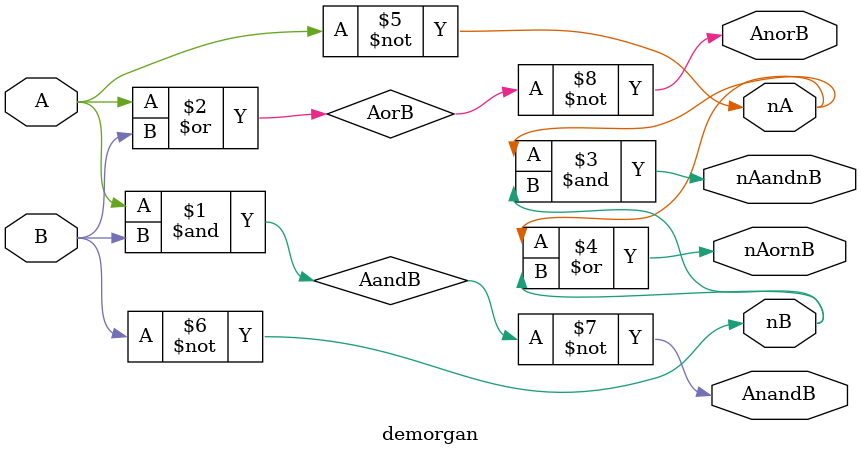
<source format=v>
module demorgan
(
  input A,
  input B,

  output nA, // Intermediate outputs
  output nB,

  output AnandB, // Final outputs
  output AnorB,
  output nAandnB,
  output nAornB
);

  not Ainv(nA, A);
  not Binv(nB, B);

  wire AandB, AorB;
  and andgate(AandB, A, B);
  or orgate(AorB, A, B);

  // Final outputs
  not AandBinv(AnandB, AandB);
  not AorBinv(AnorB, AorB);
  and andgate(nAandnB, nA, nB);
  or orgate(nAornB, nA, nB);

endmodule

</source>
